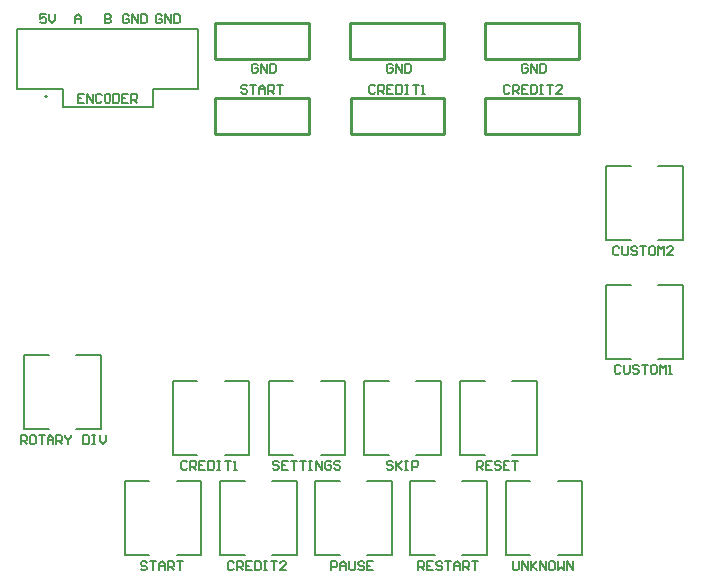
<source format=gto>
G04*
G04 #@! TF.GenerationSoftware,Altium Limited,Altium Designer,23.6.0 (18)*
G04*
G04 Layer_Color=65535*
%FSAX24Y24*%
%MOIN*%
G70*
G04*
G04 #@! TF.SameCoordinates,E551B0BA-23AD-4420-B302-DDD5F3B2D540*
G04*
G04*
G04 #@! TF.FilePolarity,Positive*
G04*
G01*
G75*
%ADD10C,0.0079*%
%ADD11C,0.0050*%
%ADD12C,0.0100*%
%ADD13C,0.0060*%
D10*
X202994Y125550D02*
G03*
X202994Y125550I-000039J000000D01*
G01*
X223357Y123240D02*
X224184D01*
X221625D02*
X222452D01*
X221625Y120760D02*
Y123240D01*
X223357Y120760D02*
X224184D01*
X221625D02*
X222452D01*
X224184D02*
Y123240D01*
X223357Y119290D02*
X224184D01*
X221625D02*
X222452D01*
X221625Y116810D02*
Y119290D01*
X223357Y116810D02*
X224184D01*
X221625D02*
X222452D01*
X224184D02*
Y119290D01*
X203947Y116940D02*
X204773D01*
X202214D02*
X203041D01*
X202214Y114460D02*
Y116940D01*
X203947Y114460D02*
X204773D01*
X202214D02*
X203041D01*
X204773D02*
Y116940D01*
X220007Y112740D02*
X220834D01*
X218275D02*
X219102D01*
X218275Y110260D02*
Y112740D01*
X220007Y110260D02*
X220834D01*
X218275D02*
X219102D01*
X220834D02*
Y112740D01*
X218497Y116090D02*
X219323D01*
X216764D02*
X217591D01*
X216764Y113610D02*
Y116090D01*
X218497Y113610D02*
X219323D01*
X216764D02*
X217591D01*
X219323D02*
Y116090D01*
X216832Y112740D02*
X217659D01*
X215100D02*
X215927D01*
X215100Y110260D02*
Y112740D01*
X216832Y110260D02*
X217659D01*
X215100D02*
X215927D01*
X217659D02*
Y112740D01*
X215300Y116090D02*
X216127D01*
X213568D02*
X214395D01*
X213568Y113610D02*
Y116090D01*
X215300Y113610D02*
X216127D01*
X213568D02*
X214395D01*
X216127D02*
Y116090D01*
X213657Y112740D02*
X214484D01*
X211925D02*
X212752D01*
X211925Y110260D02*
Y112740D01*
X213657Y110260D02*
X214484D01*
X211925D02*
X212752D01*
X214484D02*
Y112740D01*
X212104Y116090D02*
X212930D01*
X210371D02*
X211198D01*
X210371Y113610D02*
Y116090D01*
X212104Y113610D02*
X212930D01*
X210371D02*
X211198D01*
X212930D02*
Y116090D01*
X210482Y112740D02*
X211309D01*
X208750D02*
X209577D01*
X208750Y110260D02*
Y112740D01*
X210482Y110260D02*
X211309D01*
X208750D02*
X209577D01*
X211309D02*
Y112740D01*
X208907Y116090D02*
X209734D01*
X207175D02*
X208002D01*
X207175Y113610D02*
Y116090D01*
X208907Y113610D02*
X209734D01*
X207175D02*
X208002D01*
X209734D02*
Y116090D01*
X207307Y112740D02*
X208134D01*
X205575D02*
X206402D01*
X205575Y110260D02*
Y112740D01*
X207307Y110260D02*
X208134D01*
X205575D02*
X206402D01*
X208134D02*
Y112740D01*
D11*
X208006Y125800D02*
Y127800D01*
X206504Y125800D02*
X208006D01*
X206504Y125202D02*
Y125800D01*
X203504Y125202D02*
X206504D01*
X203504D02*
Y125800D01*
X202002D02*
X203504D01*
X202002D02*
Y127800D01*
X208006D01*
D12*
X208594Y128007D02*
X211714D01*
X208594Y126792D02*
X211714D01*
X208594D02*
Y128007D01*
X211714Y126792D02*
Y128007D01*
X213105Y125507D02*
X216225D01*
X213105Y124292D02*
X216225D01*
X213105D02*
Y125507D01*
X216225Y124292D02*
Y125507D01*
X213094Y128007D02*
X216214D01*
X213094Y126792D02*
X216214D01*
X213094D02*
Y128007D01*
X216214Y126792D02*
Y128007D01*
X208594Y125507D02*
X211714D01*
X208594Y124292D02*
X211714D01*
X208594D02*
Y125507D01*
X211714Y124292D02*
Y125507D01*
X217594Y128007D02*
X220714D01*
X217594Y126792D02*
X220714D01*
X217594D02*
Y128007D01*
X220714Y126792D02*
Y128007D01*
X217594Y125507D02*
X220714D01*
X217594Y124292D02*
X220714D01*
X217594D02*
Y125507D01*
X220714Y124292D02*
Y125507D01*
D13*
X204204Y125654D02*
X204004D01*
Y125354D01*
X204204D01*
X204004Y125504D02*
X204104D01*
X204304Y125354D02*
Y125654D01*
X204504Y125354D01*
Y125654D01*
X204804Y125604D02*
X204754Y125654D01*
X204654D01*
X204604Y125604D01*
Y125404D01*
X204654Y125354D01*
X204754D01*
X204804Y125404D01*
X205053Y125654D02*
X204953D01*
X204904Y125604D01*
Y125404D01*
X204953Y125354D01*
X205053D01*
X205103Y125404D01*
Y125604D01*
X205053Y125654D01*
X205203D02*
Y125354D01*
X205353D01*
X205403Y125404D01*
Y125604D01*
X205353Y125654D01*
X205203D01*
X205703D02*
X205503D01*
Y125354D01*
X205703D01*
X205503Y125504D02*
X205603D01*
X205803Y125354D02*
Y125654D01*
X205953D01*
X206003Y125604D01*
Y125504D01*
X205953Y125454D01*
X205803D01*
X205903D02*
X206003Y125354D01*
X202967Y128300D02*
X202767D01*
Y128150D01*
X202867Y128200D01*
X202917D01*
X202967Y128150D01*
Y128050D01*
X202917Y128000D01*
X202817D01*
X202767Y128050D01*
X203067Y128300D02*
Y128100D01*
X203167Y128000D01*
X203267Y128100D01*
Y128300D01*
X205717Y128250D02*
X205667Y128300D01*
X205567D01*
X205517Y128250D01*
Y128050D01*
X205567Y128000D01*
X205667D01*
X205717Y128050D01*
Y128150D01*
X205617D01*
X205817Y128000D02*
Y128300D01*
X206017Y128000D01*
Y128300D01*
X206117D02*
Y128000D01*
X206267D01*
X206317Y128050D01*
Y128250D01*
X206267Y128300D01*
X206117D01*
X204917D02*
Y128000D01*
X205067D01*
X205117Y128050D01*
Y128100D01*
X205067Y128150D01*
X204917D01*
X205067D01*
X205117Y128200D01*
Y128250D01*
X205067Y128300D01*
X204917D01*
X203917Y128000D02*
Y128200D01*
X204017Y128300D01*
X204117Y128200D01*
Y128000D01*
Y128150D01*
X203917D01*
X206817Y128250D02*
X206767Y128300D01*
X206667D01*
X206617Y128250D01*
Y128050D01*
X206667Y128000D01*
X206767D01*
X206817Y128050D01*
Y128150D01*
X206717D01*
X206917Y128000D02*
Y128300D01*
X207117Y128000D01*
Y128300D01*
X207217D02*
Y128000D01*
X207367D01*
X207417Y128050D01*
Y128250D01*
X207367Y128300D01*
X207217D01*
X209667Y125900D02*
X209617Y125950D01*
X209517D01*
X209467Y125900D01*
Y125850D01*
X209517Y125800D01*
X209617D01*
X209667Y125750D01*
Y125700D01*
X209617Y125650D01*
X209517D01*
X209467Y125700D01*
X209767Y125950D02*
X209967D01*
X209867D01*
Y125650D01*
X210067D02*
Y125850D01*
X210167Y125950D01*
X210267Y125850D01*
Y125650D01*
Y125800D01*
X210067D01*
X210367Y125650D02*
Y125950D01*
X210517D01*
X210567Y125900D01*
Y125800D01*
X210517Y125750D01*
X210367D01*
X210467D02*
X210567Y125650D01*
X210667Y125950D02*
X210867D01*
X210767D01*
Y125650D01*
X210017Y126600D02*
X209967Y126650D01*
X209867D01*
X209817Y126600D01*
Y126400D01*
X209867Y126350D01*
X209967D01*
X210017Y126400D01*
Y126500D01*
X209917D01*
X210117Y126350D02*
Y126650D01*
X210317Y126350D01*
Y126650D01*
X210417D02*
Y126350D01*
X210567D01*
X210617Y126400D01*
Y126600D01*
X210567Y126650D01*
X210417D01*
X214517Y126600D02*
X214467Y126650D01*
X214367D01*
X214317Y126600D01*
Y126400D01*
X214367Y126350D01*
X214467D01*
X214517Y126400D01*
Y126500D01*
X214417D01*
X214617Y126350D02*
Y126650D01*
X214817Y126350D01*
Y126650D01*
X214917D02*
Y126350D01*
X215067D01*
X215117Y126400D01*
Y126600D01*
X215067Y126650D01*
X214917D01*
X213928Y125900D02*
X213878Y125950D01*
X213778D01*
X213728Y125900D01*
Y125700D01*
X213778Y125650D01*
X213878D01*
X213928Y125700D01*
X214028Y125650D02*
Y125950D01*
X214178D01*
X214228Y125900D01*
Y125800D01*
X214178Y125750D01*
X214028D01*
X214128D02*
X214228Y125650D01*
X214528Y125950D02*
X214328D01*
Y125650D01*
X214528D01*
X214328Y125800D02*
X214428D01*
X214628Y125950D02*
Y125650D01*
X214777D01*
X214827Y125700D01*
Y125900D01*
X214777Y125950D01*
X214628D01*
X214927D02*
X215027D01*
X214977D01*
Y125650D01*
X214927D01*
X215027D01*
X215177Y125950D02*
X215377D01*
X215277D01*
Y125650D01*
X215477D02*
X215577D01*
X215527D01*
Y125950D01*
X215477Y125900D01*
X218514Y110070D02*
Y109820D01*
X218564Y109770D01*
X218664D01*
X218714Y109820D01*
Y110070D01*
X218814Y109770D02*
Y110070D01*
X219014Y109770D01*
Y110070D01*
X219114D02*
Y109770D01*
Y109870D01*
X219314Y110070D01*
X219164Y109920D01*
X219314Y109770D01*
X219414D02*
Y110070D01*
X219614Y109770D01*
Y110070D01*
X219864D02*
X219764D01*
X219714Y110020D01*
Y109820D01*
X219764Y109770D01*
X219864D01*
X219914Y109820D01*
Y110020D01*
X219864Y110070D01*
X220014D02*
Y109770D01*
X220114Y109870D01*
X220214Y109770D01*
Y110070D01*
X220314Y109770D02*
Y110070D01*
X220514Y109770D01*
Y110070D01*
X217304Y113120D02*
Y113420D01*
X217454D01*
X217504Y113370D01*
Y113270D01*
X217454Y113220D01*
X217304D01*
X217404D02*
X217504Y113120D01*
X217804Y113420D02*
X217604D01*
Y113120D01*
X217804D01*
X217604Y113270D02*
X217704D01*
X218104Y113370D02*
X218054Y113420D01*
X217954D01*
X217904Y113370D01*
Y113320D01*
X217954Y113270D01*
X218054D01*
X218104Y113220D01*
Y113170D01*
X218054Y113120D01*
X217954D01*
X217904Y113170D01*
X218403Y113420D02*
X218204D01*
Y113120D01*
X218403D01*
X218204Y113270D02*
X218303D01*
X218503Y113420D02*
X218703D01*
X218603D01*
Y113120D01*
X215364Y109770D02*
Y110070D01*
X215514D01*
X215564Y110020D01*
Y109920D01*
X215514Y109870D01*
X215364D01*
X215464D02*
X215564Y109770D01*
X215864Y110070D02*
X215664D01*
Y109770D01*
X215864D01*
X215664Y109920D02*
X215764D01*
X216164Y110020D02*
X216114Y110070D01*
X216014D01*
X215964Y110020D01*
Y109970D01*
X216014Y109920D01*
X216114D01*
X216164Y109870D01*
Y109820D01*
X216114Y109770D01*
X216014D01*
X215964Y109820D01*
X216264Y110070D02*
X216464D01*
X216364D01*
Y109770D01*
X216564D02*
Y109970D01*
X216664Y110070D01*
X216764Y109970D01*
Y109770D01*
Y109920D01*
X216564D01*
X216864Y109770D02*
Y110070D01*
X217014D01*
X217064Y110020D01*
Y109920D01*
X217014Y109870D01*
X216864D01*
X216964D02*
X217064Y109770D01*
X217164Y110070D02*
X217364D01*
X217264D01*
Y109770D01*
X214507Y113370D02*
X214457Y113420D01*
X214357D01*
X214307Y113370D01*
Y113320D01*
X214357Y113270D01*
X214457D01*
X214507Y113220D01*
Y113170D01*
X214457Y113120D01*
X214357D01*
X214307Y113170D01*
X214607Y113420D02*
Y113120D01*
Y113220D01*
X214807Y113420D01*
X214657Y113270D01*
X214807Y113120D01*
X214907Y113420D02*
X215007D01*
X214957D01*
Y113120D01*
X214907D01*
X215007D01*
X215157D02*
Y113420D01*
X215307D01*
X215357Y113370D01*
Y113270D01*
X215307Y113220D01*
X215157D01*
X212464Y109770D02*
Y110070D01*
X212614D01*
X212664Y110020D01*
Y109920D01*
X212614Y109870D01*
X212464D01*
X212764Y109770D02*
Y109970D01*
X212864Y110070D01*
X212964Y109970D01*
Y109770D01*
Y109920D01*
X212764D01*
X213064Y110070D02*
Y109820D01*
X213114Y109770D01*
X213214D01*
X213264Y109820D01*
Y110070D01*
X213564Y110020D02*
X213514Y110070D01*
X213414D01*
X213364Y110020D01*
Y109970D01*
X213414Y109920D01*
X213514D01*
X213564Y109870D01*
Y109820D01*
X213514Y109770D01*
X213414D01*
X213364Y109820D01*
X213864Y110070D02*
X213664D01*
Y109770D01*
X213864D01*
X213664Y109920D02*
X213764D01*
X210711Y113370D02*
X210661Y113420D01*
X210561D01*
X210511Y113370D01*
Y113320D01*
X210561Y113270D01*
X210661D01*
X210711Y113220D01*
Y113170D01*
X210661Y113120D01*
X210561D01*
X210511Y113170D01*
X211011Y113420D02*
X210811D01*
Y113120D01*
X211011D01*
X210811Y113270D02*
X210911D01*
X211111Y113420D02*
X211311D01*
X211211D01*
Y113120D01*
X211411Y113420D02*
X211611D01*
X211511D01*
Y113120D01*
X211710Y113420D02*
X211810D01*
X211760D01*
Y113120D01*
X211710D01*
X211810D01*
X211960D02*
Y113420D01*
X212160Y113120D01*
Y113420D01*
X212460Y113370D02*
X212410Y113420D01*
X212310D01*
X212260Y113370D01*
Y113170D01*
X212310Y113120D01*
X212410D01*
X212460Y113170D01*
Y113270D01*
X212360D01*
X212760Y113370D02*
X212710Y113420D01*
X212610D01*
X212560Y113370D01*
Y113320D01*
X212610Y113270D01*
X212710D01*
X212760Y113220D01*
Y113170D01*
X212710Y113120D01*
X212610D01*
X212560Y113170D01*
X207664Y113370D02*
X207614Y113420D01*
X207514D01*
X207464Y113370D01*
Y113170D01*
X207514Y113120D01*
X207614D01*
X207664Y113170D01*
X207764Y113120D02*
Y113420D01*
X207914D01*
X207964Y113370D01*
Y113270D01*
X207914Y113220D01*
X207764D01*
X207864D02*
X207964Y113120D01*
X208264Y113420D02*
X208064D01*
Y113120D01*
X208264D01*
X208064Y113270D02*
X208164D01*
X208364Y113420D02*
Y113120D01*
X208514D01*
X208564Y113170D01*
Y113370D01*
X208514Y113420D01*
X208364D01*
X208664D02*
X208764D01*
X208714D01*
Y113120D01*
X208664D01*
X208764D01*
X208914Y113420D02*
X209114D01*
X209014D01*
Y113120D01*
X209214D02*
X209314D01*
X209264D01*
Y113420D01*
X209214Y113370D01*
X209214Y110020D02*
X209164Y110070D01*
X209064D01*
X209014Y110020D01*
Y109820D01*
X209064Y109770D01*
X209164D01*
X209214Y109820D01*
X209314Y109770D02*
Y110070D01*
X209464D01*
X209514Y110020D01*
Y109920D01*
X209464Y109870D01*
X209314D01*
X209414D02*
X209514Y109770D01*
X209814Y110070D02*
X209614D01*
Y109770D01*
X209814D01*
X209614Y109920D02*
X209714D01*
X209914Y110070D02*
Y109770D01*
X210064D01*
X210114Y109820D01*
Y110020D01*
X210064Y110070D01*
X209914D01*
X210214D02*
X210314D01*
X210264D01*
Y109770D01*
X210214D01*
X210314D01*
X210464Y110070D02*
X210664D01*
X210564D01*
Y109770D01*
X210964D02*
X210764D01*
X210964Y109970D01*
Y110020D01*
X210914Y110070D01*
X210814D01*
X210764Y110020D01*
X206314D02*
X206264Y110070D01*
X206164D01*
X206114Y110020D01*
Y109970D01*
X206164Y109920D01*
X206264D01*
X206314Y109870D01*
Y109820D01*
X206264Y109770D01*
X206164D01*
X206114Y109820D01*
X206414Y110070D02*
X206614D01*
X206514D01*
Y109770D01*
X206714D02*
Y109970D01*
X206814Y110070D01*
X206914Y109970D01*
Y109770D01*
Y109920D01*
X206714D01*
X207014Y109770D02*
Y110070D01*
X207164D01*
X207214Y110020D01*
Y109920D01*
X207164Y109870D01*
X207014D01*
X207114D02*
X207214Y109770D01*
X207314Y110070D02*
X207514D01*
X207414D01*
Y109770D01*
X202104Y113970D02*
Y114270D01*
X202254D01*
X202304Y114220D01*
Y114120D01*
X202254Y114070D01*
X202104D01*
X202204D02*
X202304Y113970D01*
X202554Y114270D02*
X202454D01*
X202404Y114220D01*
Y114020D01*
X202454Y113970D01*
X202554D01*
X202604Y114020D01*
Y114220D01*
X202554Y114270D01*
X202704D02*
X202904D01*
X202804D01*
Y113970D01*
X203004D02*
Y114170D01*
X203103Y114270D01*
X203203Y114170D01*
Y113970D01*
Y114120D01*
X203004D01*
X203303Y113970D02*
Y114270D01*
X203453D01*
X203503Y114220D01*
Y114120D01*
X203453Y114070D01*
X203303D01*
X203403D02*
X203503Y113970D01*
X203603Y114270D02*
Y114220D01*
X203703Y114120D01*
X203803Y114220D01*
Y114270D01*
X203703Y114120D02*
Y113970D01*
X204203Y114270D02*
Y113970D01*
X204353D01*
X204403Y114020D01*
Y114220D01*
X204353Y114270D01*
X204203D01*
X204503D02*
X204603D01*
X204553D01*
Y113970D01*
X204503D01*
X204603D01*
X204753Y114270D02*
Y114070D01*
X204853Y113970D01*
X204953Y114070D01*
Y114270D01*
X219017Y126600D02*
X218967Y126650D01*
X218867D01*
X218817Y126600D01*
Y126400D01*
X218867Y126350D01*
X218967D01*
X219017Y126400D01*
Y126500D01*
X218917D01*
X219117Y126350D02*
Y126650D01*
X219317Y126350D01*
Y126650D01*
X219417D02*
Y126350D01*
X219567D01*
X219617Y126400D01*
Y126600D01*
X219567Y126650D01*
X219417D01*
X218417Y125900D02*
X218367Y125950D01*
X218267D01*
X218217Y125900D01*
Y125700D01*
X218267Y125650D01*
X218367D01*
X218417Y125700D01*
X218517Y125650D02*
Y125950D01*
X218667D01*
X218717Y125900D01*
Y125800D01*
X218667Y125750D01*
X218517D01*
X218617D02*
X218717Y125650D01*
X219017Y125950D02*
X218817D01*
Y125650D01*
X219017D01*
X218817Y125800D02*
X218917D01*
X219117Y125950D02*
Y125650D01*
X219267D01*
X219317Y125700D01*
Y125900D01*
X219267Y125950D01*
X219117D01*
X219417D02*
X219517D01*
X219467D01*
Y125650D01*
X219417D01*
X219517D01*
X219667Y125950D02*
X219867D01*
X219767D01*
Y125650D01*
X220167D02*
X219967D01*
X220167Y125850D01*
Y125900D01*
X220117Y125950D01*
X220017D01*
X219967Y125900D01*
X222064Y120520D02*
X222014Y120570D01*
X221914D01*
X221864Y120520D01*
Y120320D01*
X221914Y120270D01*
X222014D01*
X222064Y120320D01*
X222164Y120570D02*
Y120320D01*
X222214Y120270D01*
X222314D01*
X222364Y120320D01*
Y120570D01*
X222664Y120520D02*
X222614Y120570D01*
X222514D01*
X222464Y120520D01*
Y120470D01*
X222514Y120420D01*
X222614D01*
X222664Y120370D01*
Y120320D01*
X222614Y120270D01*
X222514D01*
X222464Y120320D01*
X222764Y120570D02*
X222964D01*
X222864D01*
Y120270D01*
X223214Y120570D02*
X223114D01*
X223064Y120520D01*
Y120320D01*
X223114Y120270D01*
X223214D01*
X223264Y120320D01*
Y120520D01*
X223214Y120570D01*
X223364Y120270D02*
Y120570D01*
X223464Y120470D01*
X223564Y120570D01*
Y120270D01*
X223864D02*
X223664D01*
X223864Y120470D01*
Y120520D01*
X223814Y120570D01*
X223714D01*
X223664Y120520D01*
X222114Y116570D02*
X222064Y116620D01*
X221964D01*
X221914Y116570D01*
Y116370D01*
X221964Y116320D01*
X222064D01*
X222114Y116370D01*
X222214Y116620D02*
Y116370D01*
X222264Y116320D01*
X222364D01*
X222414Y116370D01*
Y116620D01*
X222714Y116570D02*
X222664Y116620D01*
X222564D01*
X222514Y116570D01*
Y116520D01*
X222564Y116470D01*
X222664D01*
X222714Y116420D01*
Y116370D01*
X222664Y116320D01*
X222564D01*
X222514Y116370D01*
X222814Y116620D02*
X223014D01*
X222914D01*
Y116320D01*
X223264Y116620D02*
X223164D01*
X223114Y116570D01*
Y116370D01*
X223164Y116320D01*
X223264D01*
X223314Y116370D01*
Y116570D01*
X223264Y116620D01*
X223414Y116320D02*
Y116620D01*
X223514Y116520D01*
X223614Y116620D01*
Y116320D01*
X223714D02*
X223814D01*
X223764D01*
Y116620D01*
X223714Y116570D01*
M02*

</source>
